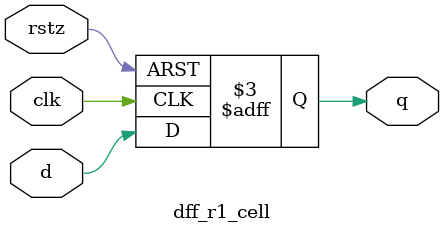
<source format=v>
module dff_r1_cell #(parameter DW=1)
( rstz, clk, d, q );
input rstz, clk;
input [DW-1:0] d;
output [DW-1:0] q;

reg [DW-1:0] q;
always @(posedge clk or negedge rstz)
  begin
    if (~rstz)
      q <= {DW{1'b1}};
    else
      q <= d;
  end
endmodule

</source>
